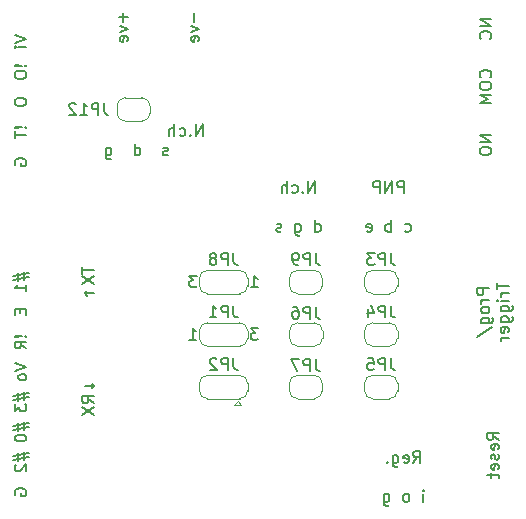
<source format=gbo>
G04 #@! TF.GenerationSoftware,KiCad,Pcbnew,(5.1.6-0-10_14)*
G04 #@! TF.CreationDate,2021-05-08T14:10:43+01:00*
G04 #@! TF.ProjectId,WiFive55,57694669-7665-4353-952e-6b696361645f,0.14*
G04 #@! TF.SameCoordinates,Original*
G04 #@! TF.FileFunction,Legend,Bot*
G04 #@! TF.FilePolarity,Positive*
%FSLAX46Y46*%
G04 Gerber Fmt 4.6, Leading zero omitted, Abs format (unit mm)*
G04 Created by KiCad (PCBNEW (5.1.6-0-10_14)) date 2021-05-08 14:10:43*
%MOMM*%
%LPD*%
G01*
G04 APERTURE LIST*
%ADD10C,0.150000*%
%ADD11C,0.120000*%
G04 APERTURE END LIST*
D10*
X116974761Y-63835380D02*
X116974761Y-62835380D01*
X116403333Y-63835380D01*
X116403333Y-62835380D01*
X115927142Y-63740142D02*
X115879523Y-63787761D01*
X115927142Y-63835380D01*
X115974761Y-63787761D01*
X115927142Y-63740142D01*
X115927142Y-63835380D01*
X115022380Y-63787761D02*
X115117619Y-63835380D01*
X115308095Y-63835380D01*
X115403333Y-63787761D01*
X115450952Y-63740142D01*
X115498571Y-63644904D01*
X115498571Y-63359190D01*
X115450952Y-63263952D01*
X115403333Y-63216333D01*
X115308095Y-63168714D01*
X115117619Y-63168714D01*
X115022380Y-63216333D01*
X114593809Y-63835380D02*
X114593809Y-62835380D01*
X114165238Y-63835380D02*
X114165238Y-63311571D01*
X114212857Y-63216333D01*
X114308095Y-63168714D01*
X114450952Y-63168714D01*
X114546190Y-63216333D01*
X114593809Y-63263952D01*
X114022380Y-65437761D02*
X113927142Y-65485380D01*
X113736666Y-65485380D01*
X113641428Y-65437761D01*
X113593809Y-65342523D01*
X113593809Y-65294904D01*
X113641428Y-65199666D01*
X113736666Y-65152047D01*
X113879523Y-65152047D01*
X113974761Y-65104428D01*
X114022380Y-65009190D01*
X114022380Y-64961571D01*
X113974761Y-64866333D01*
X113879523Y-64818714D01*
X113736666Y-64818714D01*
X113641428Y-64866333D01*
X111212857Y-65485380D02*
X111212857Y-64485380D01*
X111212857Y-65437761D02*
X111308095Y-65485380D01*
X111498571Y-65485380D01*
X111593809Y-65437761D01*
X111641428Y-65390142D01*
X111689047Y-65294904D01*
X111689047Y-65009190D01*
X111641428Y-64913952D01*
X111593809Y-64866333D01*
X111498571Y-64818714D01*
X111308095Y-64818714D01*
X111212857Y-64866333D01*
X108784285Y-64818714D02*
X108784285Y-65628238D01*
X108831904Y-65723476D01*
X108879523Y-65771095D01*
X108974761Y-65818714D01*
X109117619Y-65818714D01*
X109212857Y-65771095D01*
X108784285Y-65437761D02*
X108879523Y-65485380D01*
X109070000Y-65485380D01*
X109165238Y-65437761D01*
X109212857Y-65390142D01*
X109260476Y-65294904D01*
X109260476Y-65009190D01*
X109212857Y-64913952D01*
X109165238Y-64866333D01*
X109070000Y-64818714D01*
X108879523Y-64818714D01*
X108784285Y-64866333D01*
X134794523Y-91512380D02*
X135127857Y-91036190D01*
X135365952Y-91512380D02*
X135365952Y-90512380D01*
X134985000Y-90512380D01*
X134889761Y-90560000D01*
X134842142Y-90607619D01*
X134794523Y-90702857D01*
X134794523Y-90845714D01*
X134842142Y-90940952D01*
X134889761Y-90988571D01*
X134985000Y-91036190D01*
X135365952Y-91036190D01*
X133985000Y-91464761D02*
X134080238Y-91512380D01*
X134270714Y-91512380D01*
X134365952Y-91464761D01*
X134413571Y-91369523D01*
X134413571Y-90988571D01*
X134365952Y-90893333D01*
X134270714Y-90845714D01*
X134080238Y-90845714D01*
X133985000Y-90893333D01*
X133937380Y-90988571D01*
X133937380Y-91083809D01*
X134413571Y-91179047D01*
X133080238Y-90845714D02*
X133080238Y-91655238D01*
X133127857Y-91750476D01*
X133175476Y-91798095D01*
X133270714Y-91845714D01*
X133413571Y-91845714D01*
X133508809Y-91798095D01*
X133080238Y-91464761D02*
X133175476Y-91512380D01*
X133365952Y-91512380D01*
X133461190Y-91464761D01*
X133508809Y-91417142D01*
X133556428Y-91321904D01*
X133556428Y-91036190D01*
X133508809Y-90940952D01*
X133461190Y-90893333D01*
X133365952Y-90845714D01*
X133175476Y-90845714D01*
X133080238Y-90893333D01*
X132604047Y-91417142D02*
X132556428Y-91464761D01*
X132604047Y-91512380D01*
X132651666Y-91464761D01*
X132604047Y-91417142D01*
X132604047Y-91512380D01*
X135651666Y-94812380D02*
X135651666Y-94145714D01*
X135651666Y-93812380D02*
X135699285Y-93860000D01*
X135651666Y-93907619D01*
X135604047Y-93860000D01*
X135651666Y-93812380D01*
X135651666Y-93907619D01*
X134270714Y-94812380D02*
X134365952Y-94764761D01*
X134413571Y-94717142D01*
X134461190Y-94621904D01*
X134461190Y-94336190D01*
X134413571Y-94240952D01*
X134365952Y-94193333D01*
X134270714Y-94145714D01*
X134127857Y-94145714D01*
X134032619Y-94193333D01*
X133985000Y-94240952D01*
X133937380Y-94336190D01*
X133937380Y-94621904D01*
X133985000Y-94717142D01*
X134032619Y-94764761D01*
X134127857Y-94812380D01*
X134270714Y-94812380D01*
X132318333Y-94145714D02*
X132318333Y-94955238D01*
X132365952Y-95050476D01*
X132413571Y-95098095D01*
X132508809Y-95145714D01*
X132651666Y-95145714D01*
X132746904Y-95098095D01*
X132318333Y-94764761D02*
X132413571Y-94812380D01*
X132604047Y-94812380D01*
X132699285Y-94764761D01*
X132746904Y-94717142D01*
X132794523Y-94621904D01*
X132794523Y-94336190D01*
X132746904Y-94240952D01*
X132699285Y-94193333D01*
X132604047Y-94145714D01*
X132413571Y-94145714D01*
X132318333Y-94193333D01*
X116276428Y-53419523D02*
X116276428Y-54181428D01*
X115990714Y-54562380D02*
X116657380Y-54800476D01*
X115990714Y-55038571D01*
X116609761Y-55800476D02*
X116657380Y-55705238D01*
X116657380Y-55514761D01*
X116609761Y-55419523D01*
X116514523Y-55371904D01*
X116133571Y-55371904D01*
X116038333Y-55419523D01*
X115990714Y-55514761D01*
X115990714Y-55705238D01*
X116038333Y-55800476D01*
X116133571Y-55848095D01*
X116228809Y-55848095D01*
X116324047Y-55371904D01*
X110261428Y-53419523D02*
X110261428Y-54181428D01*
X110642380Y-53800476D02*
X109880476Y-53800476D01*
X109975714Y-54562380D02*
X110642380Y-54800476D01*
X109975714Y-55038571D01*
X110594761Y-55800476D02*
X110642380Y-55705238D01*
X110642380Y-55514761D01*
X110594761Y-55419523D01*
X110499523Y-55371904D01*
X110118571Y-55371904D01*
X110023333Y-55419523D01*
X109975714Y-55514761D01*
X109975714Y-55705238D01*
X110023333Y-55800476D01*
X110118571Y-55848095D01*
X110213809Y-55848095D01*
X110309047Y-55371904D01*
X126499761Y-68652380D02*
X126499761Y-67652380D01*
X125928333Y-68652380D01*
X125928333Y-67652380D01*
X125452142Y-68557142D02*
X125404523Y-68604761D01*
X125452142Y-68652380D01*
X125499761Y-68604761D01*
X125452142Y-68557142D01*
X125452142Y-68652380D01*
X124547380Y-68604761D02*
X124642619Y-68652380D01*
X124833095Y-68652380D01*
X124928333Y-68604761D01*
X124975952Y-68557142D01*
X125023571Y-68461904D01*
X125023571Y-68176190D01*
X124975952Y-68080952D01*
X124928333Y-68033333D01*
X124833095Y-67985714D01*
X124642619Y-67985714D01*
X124547380Y-68033333D01*
X124118809Y-68652380D02*
X124118809Y-67652380D01*
X123690238Y-68652380D02*
X123690238Y-68128571D01*
X123737857Y-68033333D01*
X123833095Y-67985714D01*
X123975952Y-67985714D01*
X124071190Y-68033333D01*
X124118809Y-68080952D01*
X126499761Y-71952380D02*
X126499761Y-70952380D01*
X126499761Y-71904761D02*
X126595000Y-71952380D01*
X126785476Y-71952380D01*
X126880714Y-71904761D01*
X126928333Y-71857142D01*
X126975952Y-71761904D01*
X126975952Y-71476190D01*
X126928333Y-71380952D01*
X126880714Y-71333333D01*
X126785476Y-71285714D01*
X126595000Y-71285714D01*
X126499761Y-71333333D01*
X124833095Y-71285714D02*
X124833095Y-72095238D01*
X124880714Y-72190476D01*
X124928333Y-72238095D01*
X125023571Y-72285714D01*
X125166428Y-72285714D01*
X125261666Y-72238095D01*
X124833095Y-71904761D02*
X124928333Y-71952380D01*
X125118809Y-71952380D01*
X125214047Y-71904761D01*
X125261666Y-71857142D01*
X125309285Y-71761904D01*
X125309285Y-71476190D01*
X125261666Y-71380952D01*
X125214047Y-71333333D01*
X125118809Y-71285714D01*
X124928333Y-71285714D01*
X124833095Y-71333333D01*
X123642619Y-71904761D02*
X123547380Y-71952380D01*
X123356904Y-71952380D01*
X123261666Y-71904761D01*
X123214047Y-71809523D01*
X123214047Y-71761904D01*
X123261666Y-71666666D01*
X123356904Y-71619047D01*
X123499761Y-71619047D01*
X123595000Y-71571428D01*
X123642619Y-71476190D01*
X123642619Y-71428571D01*
X123595000Y-71333333D01*
X123499761Y-71285714D01*
X123356904Y-71285714D01*
X123261666Y-71333333D01*
X134000714Y-68652380D02*
X134000714Y-67652380D01*
X133619761Y-67652380D01*
X133524523Y-67700000D01*
X133476904Y-67747619D01*
X133429285Y-67842857D01*
X133429285Y-67985714D01*
X133476904Y-68080952D01*
X133524523Y-68128571D01*
X133619761Y-68176190D01*
X134000714Y-68176190D01*
X133000714Y-68652380D02*
X133000714Y-67652380D01*
X132429285Y-68652380D01*
X132429285Y-67652380D01*
X131953095Y-68652380D02*
X131953095Y-67652380D01*
X131572142Y-67652380D01*
X131476904Y-67700000D01*
X131429285Y-67747619D01*
X131381666Y-67842857D01*
X131381666Y-67985714D01*
X131429285Y-68080952D01*
X131476904Y-68128571D01*
X131572142Y-68176190D01*
X131953095Y-68176190D01*
X134119761Y-71904761D02*
X134215000Y-71952380D01*
X134405476Y-71952380D01*
X134500714Y-71904761D01*
X134548333Y-71857142D01*
X134595952Y-71761904D01*
X134595952Y-71476190D01*
X134548333Y-71380952D01*
X134500714Y-71333333D01*
X134405476Y-71285714D01*
X134215000Y-71285714D01*
X134119761Y-71333333D01*
X132929285Y-71952380D02*
X132929285Y-70952380D01*
X132929285Y-71333333D02*
X132834047Y-71285714D01*
X132643571Y-71285714D01*
X132548333Y-71333333D01*
X132500714Y-71380952D01*
X132453095Y-71476190D01*
X132453095Y-71761904D01*
X132500714Y-71857142D01*
X132548333Y-71904761D01*
X132643571Y-71952380D01*
X132834047Y-71952380D01*
X132929285Y-71904761D01*
X130881666Y-71904761D02*
X130976904Y-71952380D01*
X131167380Y-71952380D01*
X131262619Y-71904761D01*
X131310238Y-71809523D01*
X131310238Y-71428571D01*
X131262619Y-71333333D01*
X131167380Y-71285714D01*
X130976904Y-71285714D01*
X130881666Y-71333333D01*
X130834047Y-71428571D01*
X130834047Y-71523809D01*
X131310238Y-71619047D01*
X106767380Y-74919047D02*
X106767380Y-75490476D01*
X107767380Y-75204761D02*
X106767380Y-75204761D01*
X106767380Y-75728571D02*
X107767380Y-76395238D01*
X106767380Y-76395238D02*
X107767380Y-75728571D01*
X107767380Y-77157142D02*
X107005476Y-77157142D01*
X107195952Y-76966666D02*
X107005476Y-77157142D01*
X107195952Y-77347619D01*
X107005476Y-85023809D02*
X107767380Y-85023809D01*
X107576904Y-85214285D02*
X107767380Y-85023809D01*
X107576904Y-84833333D01*
X107767380Y-86452380D02*
X107291190Y-86119047D01*
X107767380Y-85880952D02*
X106767380Y-85880952D01*
X106767380Y-86261904D01*
X106815000Y-86357142D01*
X106862619Y-86404761D01*
X106957857Y-86452380D01*
X107100714Y-86452380D01*
X107195952Y-86404761D01*
X107243571Y-86357142D01*
X107291190Y-86261904D01*
X107291190Y-85880952D01*
X106767380Y-86785714D02*
X107767380Y-87452380D01*
X106767380Y-87452380D02*
X107767380Y-86785714D01*
X101052380Y-55308571D02*
X102052380Y-55641904D01*
X101052380Y-55975238D01*
X102052380Y-56308571D02*
X101385714Y-56308571D01*
X101052380Y-56308571D02*
X101100000Y-56260952D01*
X101147619Y-56308571D01*
X101100000Y-56356190D01*
X101052380Y-56308571D01*
X101147619Y-56308571D01*
X101957142Y-57896190D02*
X102004761Y-57943809D01*
X102052380Y-57896190D01*
X102004761Y-57848571D01*
X101957142Y-57896190D01*
X102052380Y-57896190D01*
X101671428Y-57896190D02*
X101100000Y-57848571D01*
X101052380Y-57896190D01*
X101100000Y-57943809D01*
X101671428Y-57896190D01*
X101052380Y-57896190D01*
X101052380Y-58562857D02*
X101052380Y-58753333D01*
X101100000Y-58848571D01*
X101195238Y-58943809D01*
X101385714Y-58991428D01*
X101719047Y-58991428D01*
X101909523Y-58943809D01*
X102004761Y-58848571D01*
X102052380Y-58753333D01*
X102052380Y-58562857D01*
X102004761Y-58467619D01*
X101909523Y-58372380D01*
X101719047Y-58324761D01*
X101385714Y-58324761D01*
X101195238Y-58372380D01*
X101100000Y-58467619D01*
X101052380Y-58562857D01*
X101052380Y-60864761D02*
X101052380Y-61055238D01*
X101100000Y-61150476D01*
X101195238Y-61245714D01*
X101385714Y-61293333D01*
X101719047Y-61293333D01*
X101909523Y-61245714D01*
X102004761Y-61150476D01*
X102052380Y-61055238D01*
X102052380Y-60864761D01*
X102004761Y-60769523D01*
X101909523Y-60674285D01*
X101719047Y-60626666D01*
X101385714Y-60626666D01*
X101195238Y-60674285D01*
X101100000Y-60769523D01*
X101052380Y-60864761D01*
X101957142Y-63119047D02*
X102004761Y-63166666D01*
X102052380Y-63119047D01*
X102004761Y-63071428D01*
X101957142Y-63119047D01*
X102052380Y-63119047D01*
X101671428Y-63119047D02*
X101100000Y-63071428D01*
X101052380Y-63119047D01*
X101100000Y-63166666D01*
X101671428Y-63119047D01*
X101052380Y-63119047D01*
X101052380Y-63452380D02*
X101052380Y-64023809D01*
X102052380Y-63738095D02*
X101052380Y-63738095D01*
X101100000Y-66301904D02*
X101052380Y-66206666D01*
X101052380Y-66063809D01*
X101100000Y-65920952D01*
X101195238Y-65825714D01*
X101290476Y-65778095D01*
X101480952Y-65730476D01*
X101623809Y-65730476D01*
X101814285Y-65778095D01*
X101909523Y-65825714D01*
X102004761Y-65920952D01*
X102052380Y-66063809D01*
X102052380Y-66159047D01*
X102004761Y-66301904D01*
X101957142Y-66349523D01*
X101623809Y-66349523D01*
X101623809Y-66159047D01*
X101385714Y-75414285D02*
X101385714Y-76128571D01*
X100957142Y-75700000D02*
X102242857Y-75414285D01*
X101814285Y-76033333D02*
X101814285Y-75319047D01*
X102242857Y-75747619D02*
X100957142Y-76033333D01*
X102052380Y-76985714D02*
X102052380Y-76414285D01*
X102052380Y-76700000D02*
X101052380Y-76700000D01*
X101195238Y-76604761D01*
X101290476Y-76509523D01*
X101338095Y-76414285D01*
X101528571Y-78525714D02*
X101528571Y-78859047D01*
X102052380Y-79001904D02*
X102052380Y-78525714D01*
X101052380Y-78525714D01*
X101052380Y-79001904D01*
X101957142Y-80780000D02*
X102004761Y-80827619D01*
X102052380Y-80780000D01*
X102004761Y-80732380D01*
X101957142Y-80780000D01*
X102052380Y-80780000D01*
X101671428Y-80780000D02*
X101100000Y-80732380D01*
X101052380Y-80780000D01*
X101100000Y-80827619D01*
X101671428Y-80780000D01*
X101052380Y-80780000D01*
X102052380Y-81827619D02*
X101576190Y-81494285D01*
X102052380Y-81256190D02*
X101052380Y-81256190D01*
X101052380Y-81637142D01*
X101100000Y-81732380D01*
X101147619Y-81780000D01*
X101242857Y-81827619D01*
X101385714Y-81827619D01*
X101480952Y-81780000D01*
X101528571Y-81732380D01*
X101576190Y-81637142D01*
X101576190Y-81256190D01*
X101052380Y-83034285D02*
X102052380Y-83367619D01*
X101052380Y-83700952D01*
X102052380Y-84177142D02*
X102004761Y-84081904D01*
X101957142Y-84034285D01*
X101861904Y-83986666D01*
X101576190Y-83986666D01*
X101480952Y-84034285D01*
X101433333Y-84081904D01*
X101385714Y-84177142D01*
X101385714Y-84320000D01*
X101433333Y-84415238D01*
X101480952Y-84462857D01*
X101576190Y-84510476D01*
X101861904Y-84510476D01*
X101957142Y-84462857D01*
X102004761Y-84415238D01*
X102052380Y-84320000D01*
X102052380Y-84177142D01*
X101385714Y-85574285D02*
X101385714Y-86288571D01*
X100957142Y-85860000D02*
X102242857Y-85574285D01*
X101814285Y-86193333D02*
X101814285Y-85479047D01*
X102242857Y-85907619D02*
X100957142Y-86193333D01*
X101052380Y-86526666D02*
X101052380Y-87145714D01*
X101433333Y-86812380D01*
X101433333Y-86955238D01*
X101480952Y-87050476D01*
X101528571Y-87098095D01*
X101623809Y-87145714D01*
X101861904Y-87145714D01*
X101957142Y-87098095D01*
X102004761Y-87050476D01*
X102052380Y-86955238D01*
X102052380Y-86669523D01*
X102004761Y-86574285D01*
X101957142Y-86526666D01*
X101385714Y-88114285D02*
X101385714Y-88828571D01*
X100957142Y-88400000D02*
X102242857Y-88114285D01*
X101814285Y-88733333D02*
X101814285Y-88019047D01*
X102242857Y-88447619D02*
X100957142Y-88733333D01*
X101052380Y-89352380D02*
X101052380Y-89447619D01*
X101100000Y-89542857D01*
X101147619Y-89590476D01*
X101242857Y-89638095D01*
X101433333Y-89685714D01*
X101671428Y-89685714D01*
X101861904Y-89638095D01*
X101957142Y-89590476D01*
X102004761Y-89542857D01*
X102052380Y-89447619D01*
X102052380Y-89352380D01*
X102004761Y-89257142D01*
X101957142Y-89209523D01*
X101861904Y-89161904D01*
X101671428Y-89114285D01*
X101433333Y-89114285D01*
X101242857Y-89161904D01*
X101147619Y-89209523D01*
X101100000Y-89257142D01*
X101052380Y-89352380D01*
X101385714Y-90654285D02*
X101385714Y-91368571D01*
X100957142Y-90940000D02*
X102242857Y-90654285D01*
X101814285Y-91273333D02*
X101814285Y-90559047D01*
X102242857Y-90987619D02*
X100957142Y-91273333D01*
X101147619Y-91654285D02*
X101100000Y-91701904D01*
X101052380Y-91797142D01*
X101052380Y-92035238D01*
X101100000Y-92130476D01*
X101147619Y-92178095D01*
X101242857Y-92225714D01*
X101338095Y-92225714D01*
X101480952Y-92178095D01*
X102052380Y-91606666D01*
X102052380Y-92225714D01*
X101100000Y-94241904D02*
X101052380Y-94146666D01*
X101052380Y-94003809D01*
X101100000Y-93860952D01*
X101195238Y-93765714D01*
X101290476Y-93718095D01*
X101480952Y-93670476D01*
X101623809Y-93670476D01*
X101814285Y-93718095D01*
X101909523Y-93765714D01*
X102004761Y-93860952D01*
X102052380Y-94003809D01*
X102052380Y-94099047D01*
X102004761Y-94241904D01*
X101957142Y-94289523D01*
X101623809Y-94289523D01*
X101623809Y-94099047D01*
X141232380Y-76740000D02*
X140232380Y-76740000D01*
X140232380Y-77120952D01*
X140280000Y-77216190D01*
X140327619Y-77263809D01*
X140422857Y-77311428D01*
X140565714Y-77311428D01*
X140660952Y-77263809D01*
X140708571Y-77216190D01*
X140756190Y-77120952D01*
X140756190Y-76740000D01*
X141232380Y-77740000D02*
X140565714Y-77740000D01*
X140756190Y-77740000D02*
X140660952Y-77787619D01*
X140613333Y-77835238D01*
X140565714Y-77930476D01*
X140565714Y-78025714D01*
X141232380Y-78501904D02*
X141184761Y-78406666D01*
X141137142Y-78359047D01*
X141041904Y-78311428D01*
X140756190Y-78311428D01*
X140660952Y-78359047D01*
X140613333Y-78406666D01*
X140565714Y-78501904D01*
X140565714Y-78644761D01*
X140613333Y-78740000D01*
X140660952Y-78787619D01*
X140756190Y-78835238D01*
X141041904Y-78835238D01*
X141137142Y-78787619D01*
X141184761Y-78740000D01*
X141232380Y-78644761D01*
X141232380Y-78501904D01*
X140565714Y-79692380D02*
X141375238Y-79692380D01*
X141470476Y-79644761D01*
X141518095Y-79597142D01*
X141565714Y-79501904D01*
X141565714Y-79359047D01*
X141518095Y-79263809D01*
X141184761Y-79692380D02*
X141232380Y-79597142D01*
X141232380Y-79406666D01*
X141184761Y-79311428D01*
X141137142Y-79263809D01*
X141041904Y-79216190D01*
X140756190Y-79216190D01*
X140660952Y-79263809D01*
X140613333Y-79311428D01*
X140565714Y-79406666D01*
X140565714Y-79597142D01*
X140613333Y-79692380D01*
X140184761Y-80882857D02*
X141470476Y-80025714D01*
X141882380Y-76263809D02*
X141882380Y-76835238D01*
X142882380Y-76549523D02*
X141882380Y-76549523D01*
X142882380Y-77168571D02*
X142215714Y-77168571D01*
X142406190Y-77168571D02*
X142310952Y-77216190D01*
X142263333Y-77263809D01*
X142215714Y-77359047D01*
X142215714Y-77454285D01*
X142882380Y-77787619D02*
X142215714Y-77787619D01*
X141882380Y-77787619D02*
X141930000Y-77740000D01*
X141977619Y-77787619D01*
X141930000Y-77835238D01*
X141882380Y-77787619D01*
X141977619Y-77787619D01*
X142215714Y-78692380D02*
X143025238Y-78692380D01*
X143120476Y-78644761D01*
X143168095Y-78597142D01*
X143215714Y-78501904D01*
X143215714Y-78359047D01*
X143168095Y-78263809D01*
X142834761Y-78692380D02*
X142882380Y-78597142D01*
X142882380Y-78406666D01*
X142834761Y-78311428D01*
X142787142Y-78263809D01*
X142691904Y-78216190D01*
X142406190Y-78216190D01*
X142310952Y-78263809D01*
X142263333Y-78311428D01*
X142215714Y-78406666D01*
X142215714Y-78597142D01*
X142263333Y-78692380D01*
X142215714Y-79597142D02*
X143025238Y-79597142D01*
X143120476Y-79549523D01*
X143168095Y-79501904D01*
X143215714Y-79406666D01*
X143215714Y-79263809D01*
X143168095Y-79168571D01*
X142834761Y-79597142D02*
X142882380Y-79501904D01*
X142882380Y-79311428D01*
X142834761Y-79216190D01*
X142787142Y-79168571D01*
X142691904Y-79120952D01*
X142406190Y-79120952D01*
X142310952Y-79168571D01*
X142263333Y-79216190D01*
X142215714Y-79311428D01*
X142215714Y-79501904D01*
X142263333Y-79597142D01*
X142834761Y-80454285D02*
X142882380Y-80359047D01*
X142882380Y-80168571D01*
X142834761Y-80073333D01*
X142739523Y-80025714D01*
X142358571Y-80025714D01*
X142263333Y-80073333D01*
X142215714Y-80168571D01*
X142215714Y-80359047D01*
X142263333Y-80454285D01*
X142358571Y-80501904D01*
X142453809Y-80501904D01*
X142549047Y-80025714D01*
X142882380Y-80930476D02*
X142215714Y-80930476D01*
X142406190Y-80930476D02*
X142310952Y-80978095D01*
X142263333Y-81025714D01*
X142215714Y-81120952D01*
X142215714Y-81216190D01*
X142057380Y-89566904D02*
X141581190Y-89233571D01*
X142057380Y-88995476D02*
X141057380Y-88995476D01*
X141057380Y-89376428D01*
X141105000Y-89471666D01*
X141152619Y-89519285D01*
X141247857Y-89566904D01*
X141390714Y-89566904D01*
X141485952Y-89519285D01*
X141533571Y-89471666D01*
X141581190Y-89376428D01*
X141581190Y-88995476D01*
X142009761Y-90376428D02*
X142057380Y-90281190D01*
X142057380Y-90090714D01*
X142009761Y-89995476D01*
X141914523Y-89947857D01*
X141533571Y-89947857D01*
X141438333Y-89995476D01*
X141390714Y-90090714D01*
X141390714Y-90281190D01*
X141438333Y-90376428D01*
X141533571Y-90424047D01*
X141628809Y-90424047D01*
X141724047Y-89947857D01*
X142009761Y-90805000D02*
X142057380Y-90900238D01*
X142057380Y-91090714D01*
X142009761Y-91185952D01*
X141914523Y-91233571D01*
X141866904Y-91233571D01*
X141771666Y-91185952D01*
X141724047Y-91090714D01*
X141724047Y-90947857D01*
X141676428Y-90852619D01*
X141581190Y-90805000D01*
X141533571Y-90805000D01*
X141438333Y-90852619D01*
X141390714Y-90947857D01*
X141390714Y-91090714D01*
X141438333Y-91185952D01*
X142009761Y-92043095D02*
X142057380Y-91947857D01*
X142057380Y-91757380D01*
X142009761Y-91662142D01*
X141914523Y-91614523D01*
X141533571Y-91614523D01*
X141438333Y-91662142D01*
X141390714Y-91757380D01*
X141390714Y-91947857D01*
X141438333Y-92043095D01*
X141533571Y-92090714D01*
X141628809Y-92090714D01*
X141724047Y-91614523D01*
X141390714Y-92376428D02*
X141390714Y-92757380D01*
X141057380Y-92519285D02*
X141914523Y-92519285D01*
X142009761Y-92566904D01*
X142057380Y-92662142D01*
X142057380Y-92757380D01*
X141422380Y-53975714D02*
X140422380Y-53975714D01*
X141422380Y-54547142D01*
X140422380Y-54547142D01*
X141327142Y-55594761D02*
X141374761Y-55547142D01*
X141422380Y-55404285D01*
X141422380Y-55309047D01*
X141374761Y-55166190D01*
X141279523Y-55070952D01*
X141184285Y-55023333D01*
X140993809Y-54975714D01*
X140850952Y-54975714D01*
X140660476Y-55023333D01*
X140565238Y-55070952D01*
X140470000Y-55166190D01*
X140422380Y-55309047D01*
X140422380Y-55404285D01*
X140470000Y-55547142D01*
X140517619Y-55594761D01*
X141327142Y-58880476D02*
X141374761Y-58832857D01*
X141422380Y-58690000D01*
X141422380Y-58594761D01*
X141374761Y-58451904D01*
X141279523Y-58356666D01*
X141184285Y-58309047D01*
X140993809Y-58261428D01*
X140850952Y-58261428D01*
X140660476Y-58309047D01*
X140565238Y-58356666D01*
X140470000Y-58451904D01*
X140422380Y-58594761D01*
X140422380Y-58690000D01*
X140470000Y-58832857D01*
X140517619Y-58880476D01*
X140422380Y-59499523D02*
X140422380Y-59690000D01*
X140470000Y-59785238D01*
X140565238Y-59880476D01*
X140755714Y-59928095D01*
X141089047Y-59928095D01*
X141279523Y-59880476D01*
X141374761Y-59785238D01*
X141422380Y-59690000D01*
X141422380Y-59499523D01*
X141374761Y-59404285D01*
X141279523Y-59309047D01*
X141089047Y-59261428D01*
X140755714Y-59261428D01*
X140565238Y-59309047D01*
X140470000Y-59404285D01*
X140422380Y-59499523D01*
X141422380Y-60356666D02*
X140422380Y-60356666D01*
X141136666Y-60690000D01*
X140422380Y-61023333D01*
X141422380Y-61023333D01*
X141422380Y-63785238D02*
X140422380Y-63785238D01*
X141422380Y-64356666D01*
X140422380Y-64356666D01*
X140422380Y-65023333D02*
X140422380Y-65213809D01*
X140470000Y-65309047D01*
X140565238Y-65404285D01*
X140755714Y-65451904D01*
X141089047Y-65451904D01*
X141279523Y-65404285D01*
X141374761Y-65309047D01*
X141422380Y-65213809D01*
X141422380Y-65023333D01*
X141374761Y-64928095D01*
X141279523Y-64832857D01*
X141089047Y-64785238D01*
X140755714Y-64785238D01*
X140565238Y-64832857D01*
X140470000Y-64928095D01*
X140422380Y-65023333D01*
D11*
X111825000Y-60595000D02*
X110425000Y-60595000D01*
X109725000Y-61295000D02*
X109725000Y-61895000D01*
X110425000Y-62595000D02*
X111825000Y-62595000D01*
X112525000Y-61895000D02*
X112525000Y-61295000D01*
X112525000Y-61295000D02*
G75*
G03*
X111825000Y-60595000I-700000J0D01*
G01*
X111825000Y-62595000D02*
G75*
G03*
X112525000Y-61895000I0J700000D01*
G01*
X109725000Y-61895000D02*
G75*
G03*
X110425000Y-62595000I700000J0D01*
G01*
X110425000Y-60595000D02*
G75*
G03*
X109725000Y-61295000I0J-700000D01*
G01*
X124315000Y-75900000D02*
X124315000Y-76500000D01*
X126415000Y-75200000D02*
X125015000Y-75200000D01*
X127115000Y-76500000D02*
X127115000Y-75900000D01*
X125015000Y-77200000D02*
X126415000Y-77200000D01*
X124315000Y-76500000D02*
G75*
G03*
X125015000Y-77200000I700000J0D01*
G01*
X125015000Y-75200000D02*
G75*
G03*
X124315000Y-75900000I0J-700000D01*
G01*
X127115000Y-75900000D02*
G75*
G03*
X126415000Y-75200000I-700000J0D01*
G01*
X126415000Y-77200000D02*
G75*
G03*
X127115000Y-76500000I0J700000D01*
G01*
X127115000Y-85390000D02*
X127115000Y-84790000D01*
X125015000Y-86090000D02*
X126415000Y-86090000D01*
X124315000Y-84790000D02*
X124315000Y-85390000D01*
X126415000Y-84090000D02*
X125015000Y-84090000D01*
X127115000Y-84790000D02*
G75*
G03*
X126415000Y-84090000I-700000J0D01*
G01*
X126415000Y-86090000D02*
G75*
G03*
X127115000Y-85390000I0J700000D01*
G01*
X124315000Y-85390000D02*
G75*
G03*
X125015000Y-86090000I700000J0D01*
G01*
X125015000Y-84090000D02*
G75*
G03*
X124315000Y-84790000I0J-700000D01*
G01*
X127130000Y-80945000D02*
X127130000Y-80345000D01*
X125030000Y-81645000D02*
X126430000Y-81645000D01*
X124330000Y-80345000D02*
X124330000Y-80945000D01*
X126430000Y-79645000D02*
X125030000Y-79645000D01*
X127130000Y-80345000D02*
G75*
G03*
X126430000Y-79645000I-700000J0D01*
G01*
X126430000Y-81645000D02*
G75*
G03*
X127130000Y-80945000I0J700000D01*
G01*
X124330000Y-80945000D02*
G75*
G03*
X125030000Y-81645000I700000J0D01*
G01*
X125030000Y-79645000D02*
G75*
G03*
X124330000Y-80345000I0J-700000D01*
G01*
X130680000Y-80345000D02*
X130680000Y-80945000D01*
X132780000Y-79645000D02*
X131380000Y-79645000D01*
X133480000Y-80945000D02*
X133480000Y-80345000D01*
X131380000Y-81645000D02*
X132780000Y-81645000D01*
X130680000Y-80945000D02*
G75*
G03*
X131380000Y-81645000I700000J0D01*
G01*
X131380000Y-79645000D02*
G75*
G03*
X130680000Y-80345000I0J-700000D01*
G01*
X133480000Y-80345000D02*
G75*
G03*
X132780000Y-79645000I-700000J0D01*
G01*
X132780000Y-81645000D02*
G75*
G03*
X133480000Y-80945000I0J700000D01*
G01*
X130680000Y-75900000D02*
X130680000Y-76500000D01*
X132780000Y-75200000D02*
X131380000Y-75200000D01*
X133480000Y-76500000D02*
X133480000Y-75900000D01*
X131380000Y-77200000D02*
X132780000Y-77200000D01*
X130680000Y-76500000D02*
G75*
G03*
X131380000Y-77200000I700000J0D01*
G01*
X131380000Y-75200000D02*
G75*
G03*
X130680000Y-75900000I0J-700000D01*
G01*
X133480000Y-75900000D02*
G75*
G03*
X132780000Y-75200000I-700000J0D01*
G01*
X132780000Y-77200000D02*
G75*
G03*
X133480000Y-76500000I0J700000D01*
G01*
X119945000Y-86290000D02*
X119645000Y-86590000D01*
X120245000Y-86590000D02*
X119645000Y-86590000D01*
X119945000Y-86290000D02*
X120245000Y-86590000D01*
X120795000Y-85390000D02*
X120795000Y-84790000D01*
X117345000Y-86090000D02*
X120145000Y-86090000D01*
X116695000Y-84790000D02*
X116695000Y-85390000D01*
X120145000Y-84090000D02*
X117345000Y-84090000D01*
X120795000Y-84790000D02*
G75*
G03*
X120095000Y-84090000I-700000J0D01*
G01*
X120095000Y-86090000D02*
G75*
G03*
X120795000Y-85390000I0J700000D01*
G01*
X116695000Y-85390000D02*
G75*
G03*
X117395000Y-86090000I700000J0D01*
G01*
X117395000Y-84090000D02*
G75*
G03*
X116695000Y-84790000I0J-700000D01*
G01*
X117345000Y-81645000D02*
X120145000Y-81645000D01*
X120795000Y-80945000D02*
X120795000Y-80345000D01*
X120145000Y-79645000D02*
X117345000Y-79645000D01*
X116695000Y-80345000D02*
X116695000Y-80945000D01*
X116695000Y-80945000D02*
G75*
G03*
X117395000Y-81645000I700000J0D01*
G01*
X117395000Y-79645000D02*
G75*
G03*
X116695000Y-80345000I0J-700000D01*
G01*
X120795000Y-80345000D02*
G75*
G03*
X120095000Y-79645000I-700000J0D01*
G01*
X120095000Y-81645000D02*
G75*
G03*
X120795000Y-80945000I0J700000D01*
G01*
X120145000Y-75200000D02*
X117345000Y-75200000D01*
X116695000Y-75900000D02*
X116695000Y-76500000D01*
X117345000Y-77200000D02*
X120145000Y-77200000D01*
X120795000Y-76500000D02*
X120795000Y-75900000D01*
X120795000Y-75900000D02*
G75*
G03*
X120095000Y-75200000I-700000J0D01*
G01*
X120095000Y-77200000D02*
G75*
G03*
X120795000Y-76500000I0J700000D01*
G01*
X116695000Y-76500000D02*
G75*
G03*
X117395000Y-77200000I700000J0D01*
G01*
X117395000Y-75200000D02*
G75*
G03*
X116695000Y-75900000I0J-700000D01*
G01*
X132780000Y-84090000D02*
X131380000Y-84090000D01*
X130680000Y-84790000D02*
X130680000Y-85390000D01*
X131380000Y-86090000D02*
X132780000Y-86090000D01*
X133480000Y-85390000D02*
X133480000Y-84790000D01*
X133480000Y-84790000D02*
G75*
G03*
X132780000Y-84090000I-700000J0D01*
G01*
X132780000Y-86090000D02*
G75*
G03*
X133480000Y-85390000I0J700000D01*
G01*
X130680000Y-85390000D02*
G75*
G03*
X131380000Y-86090000I700000J0D01*
G01*
X131380000Y-84090000D02*
G75*
G03*
X130680000Y-84790000I0J-700000D01*
G01*
D10*
X108624523Y-61047380D02*
X108624523Y-61761666D01*
X108672142Y-61904523D01*
X108767380Y-61999761D01*
X108910238Y-62047380D01*
X109005476Y-62047380D01*
X108148333Y-62047380D02*
X108148333Y-61047380D01*
X107767380Y-61047380D01*
X107672142Y-61095000D01*
X107624523Y-61142619D01*
X107576904Y-61237857D01*
X107576904Y-61380714D01*
X107624523Y-61475952D01*
X107672142Y-61523571D01*
X107767380Y-61571190D01*
X108148333Y-61571190D01*
X106624523Y-62047380D02*
X107195952Y-62047380D01*
X106910238Y-62047380D02*
X106910238Y-61047380D01*
X107005476Y-61190238D01*
X107100714Y-61285476D01*
X107195952Y-61333095D01*
X106243571Y-61142619D02*
X106195952Y-61095000D01*
X106100714Y-61047380D01*
X105862619Y-61047380D01*
X105767380Y-61095000D01*
X105719761Y-61142619D01*
X105672142Y-61237857D01*
X105672142Y-61333095D01*
X105719761Y-61475952D01*
X106291190Y-62047380D01*
X105672142Y-62047380D01*
X126563333Y-73747380D02*
X126563333Y-74461666D01*
X126610952Y-74604523D01*
X126706190Y-74699761D01*
X126849047Y-74747380D01*
X126944285Y-74747380D01*
X126087142Y-74747380D02*
X126087142Y-73747380D01*
X125706190Y-73747380D01*
X125610952Y-73795000D01*
X125563333Y-73842619D01*
X125515714Y-73937857D01*
X125515714Y-74080714D01*
X125563333Y-74175952D01*
X125610952Y-74223571D01*
X125706190Y-74271190D01*
X126087142Y-74271190D01*
X125039523Y-74747380D02*
X124849047Y-74747380D01*
X124753809Y-74699761D01*
X124706190Y-74652142D01*
X124610952Y-74509285D01*
X124563333Y-74318809D01*
X124563333Y-73937857D01*
X124610952Y-73842619D01*
X124658571Y-73795000D01*
X124753809Y-73747380D01*
X124944285Y-73747380D01*
X125039523Y-73795000D01*
X125087142Y-73842619D01*
X125134761Y-73937857D01*
X125134761Y-74175952D01*
X125087142Y-74271190D01*
X125039523Y-74318809D01*
X124944285Y-74366428D01*
X124753809Y-74366428D01*
X124658571Y-74318809D01*
X124610952Y-74271190D01*
X124563333Y-74175952D01*
X126548333Y-82742380D02*
X126548333Y-83456666D01*
X126595952Y-83599523D01*
X126691190Y-83694761D01*
X126834047Y-83742380D01*
X126929285Y-83742380D01*
X126072142Y-83742380D02*
X126072142Y-82742380D01*
X125691190Y-82742380D01*
X125595952Y-82790000D01*
X125548333Y-82837619D01*
X125500714Y-82932857D01*
X125500714Y-83075714D01*
X125548333Y-83170952D01*
X125595952Y-83218571D01*
X125691190Y-83266190D01*
X126072142Y-83266190D01*
X125167380Y-82742380D02*
X124500714Y-82742380D01*
X124929285Y-83742380D01*
X126563333Y-78297380D02*
X126563333Y-79011666D01*
X126610952Y-79154523D01*
X126706190Y-79249761D01*
X126849047Y-79297380D01*
X126944285Y-79297380D01*
X126087142Y-79297380D02*
X126087142Y-78297380D01*
X125706190Y-78297380D01*
X125610952Y-78345000D01*
X125563333Y-78392619D01*
X125515714Y-78487857D01*
X125515714Y-78630714D01*
X125563333Y-78725952D01*
X125610952Y-78773571D01*
X125706190Y-78821190D01*
X126087142Y-78821190D01*
X124658571Y-78297380D02*
X124849047Y-78297380D01*
X124944285Y-78345000D01*
X124991904Y-78392619D01*
X125087142Y-78535476D01*
X125134761Y-78725952D01*
X125134761Y-79106904D01*
X125087142Y-79202142D01*
X125039523Y-79249761D01*
X124944285Y-79297380D01*
X124753809Y-79297380D01*
X124658571Y-79249761D01*
X124610952Y-79202142D01*
X124563333Y-79106904D01*
X124563333Y-78868809D01*
X124610952Y-78773571D01*
X124658571Y-78725952D01*
X124753809Y-78678333D01*
X124944285Y-78678333D01*
X125039523Y-78725952D01*
X125087142Y-78773571D01*
X125134761Y-78868809D01*
X132913333Y-78192380D02*
X132913333Y-78906666D01*
X132960952Y-79049523D01*
X133056190Y-79144761D01*
X133199047Y-79192380D01*
X133294285Y-79192380D01*
X132437142Y-79192380D02*
X132437142Y-78192380D01*
X132056190Y-78192380D01*
X131960952Y-78240000D01*
X131913333Y-78287619D01*
X131865714Y-78382857D01*
X131865714Y-78525714D01*
X131913333Y-78620952D01*
X131960952Y-78668571D01*
X132056190Y-78716190D01*
X132437142Y-78716190D01*
X131008571Y-78525714D02*
X131008571Y-79192380D01*
X131246666Y-78144761D02*
X131484761Y-78859047D01*
X130865714Y-78859047D01*
X132913333Y-73747380D02*
X132913333Y-74461666D01*
X132960952Y-74604523D01*
X133056190Y-74699761D01*
X133199047Y-74747380D01*
X133294285Y-74747380D01*
X132437142Y-74747380D02*
X132437142Y-73747380D01*
X132056190Y-73747380D01*
X131960952Y-73795000D01*
X131913333Y-73842619D01*
X131865714Y-73937857D01*
X131865714Y-74080714D01*
X131913333Y-74175952D01*
X131960952Y-74223571D01*
X132056190Y-74271190D01*
X132437142Y-74271190D01*
X131532380Y-73747380D02*
X130913333Y-73747380D01*
X131246666Y-74128333D01*
X131103809Y-74128333D01*
X131008571Y-74175952D01*
X130960952Y-74223571D01*
X130913333Y-74318809D01*
X130913333Y-74556904D01*
X130960952Y-74652142D01*
X131008571Y-74699761D01*
X131103809Y-74747380D01*
X131389523Y-74747380D01*
X131484761Y-74699761D01*
X131532380Y-74652142D01*
X119578333Y-82637380D02*
X119578333Y-83351666D01*
X119625952Y-83494523D01*
X119721190Y-83589761D01*
X119864047Y-83637380D01*
X119959285Y-83637380D01*
X119102142Y-83637380D02*
X119102142Y-82637380D01*
X118721190Y-82637380D01*
X118625952Y-82685000D01*
X118578333Y-82732619D01*
X118530714Y-82827857D01*
X118530714Y-82970714D01*
X118578333Y-83065952D01*
X118625952Y-83113571D01*
X118721190Y-83161190D01*
X119102142Y-83161190D01*
X118149761Y-82732619D02*
X118102142Y-82685000D01*
X118006904Y-82637380D01*
X117768809Y-82637380D01*
X117673571Y-82685000D01*
X117625952Y-82732619D01*
X117578333Y-82827857D01*
X117578333Y-82923095D01*
X117625952Y-83065952D01*
X118197380Y-83637380D01*
X117578333Y-83637380D01*
X119578333Y-78192380D02*
X119578333Y-78906666D01*
X119625952Y-79049523D01*
X119721190Y-79144761D01*
X119864047Y-79192380D01*
X119959285Y-79192380D01*
X119102142Y-79192380D02*
X119102142Y-78192380D01*
X118721190Y-78192380D01*
X118625952Y-78240000D01*
X118578333Y-78287619D01*
X118530714Y-78382857D01*
X118530714Y-78525714D01*
X118578333Y-78620952D01*
X118625952Y-78668571D01*
X118721190Y-78716190D01*
X119102142Y-78716190D01*
X117578333Y-79192380D02*
X118149761Y-79192380D01*
X117864047Y-79192380D02*
X117864047Y-78192380D01*
X117959285Y-78335238D01*
X118054523Y-78430476D01*
X118149761Y-78478095D01*
X115859285Y-81097380D02*
X116430714Y-81097380D01*
X116145000Y-81097380D02*
X116145000Y-80097380D01*
X116240238Y-80240238D01*
X116335476Y-80335476D01*
X116430714Y-80383095D01*
X121678333Y-80097380D02*
X121059285Y-80097380D01*
X121392619Y-80478333D01*
X121249761Y-80478333D01*
X121154523Y-80525952D01*
X121106904Y-80573571D01*
X121059285Y-80668809D01*
X121059285Y-80906904D01*
X121106904Y-81002142D01*
X121154523Y-81049761D01*
X121249761Y-81097380D01*
X121535476Y-81097380D01*
X121630714Y-81049761D01*
X121678333Y-81002142D01*
X119578333Y-73747380D02*
X119578333Y-74461666D01*
X119625952Y-74604523D01*
X119721190Y-74699761D01*
X119864047Y-74747380D01*
X119959285Y-74747380D01*
X119102142Y-74747380D02*
X119102142Y-73747380D01*
X118721190Y-73747380D01*
X118625952Y-73795000D01*
X118578333Y-73842619D01*
X118530714Y-73937857D01*
X118530714Y-74080714D01*
X118578333Y-74175952D01*
X118625952Y-74223571D01*
X118721190Y-74271190D01*
X119102142Y-74271190D01*
X117959285Y-74175952D02*
X118054523Y-74128333D01*
X118102142Y-74080714D01*
X118149761Y-73985476D01*
X118149761Y-73937857D01*
X118102142Y-73842619D01*
X118054523Y-73795000D01*
X117959285Y-73747380D01*
X117768809Y-73747380D01*
X117673571Y-73795000D01*
X117625952Y-73842619D01*
X117578333Y-73937857D01*
X117578333Y-73985476D01*
X117625952Y-74080714D01*
X117673571Y-74128333D01*
X117768809Y-74175952D01*
X117959285Y-74175952D01*
X118054523Y-74223571D01*
X118102142Y-74271190D01*
X118149761Y-74366428D01*
X118149761Y-74556904D01*
X118102142Y-74652142D01*
X118054523Y-74699761D01*
X117959285Y-74747380D01*
X117768809Y-74747380D01*
X117673571Y-74699761D01*
X117625952Y-74652142D01*
X117578333Y-74556904D01*
X117578333Y-74366428D01*
X117625952Y-74271190D01*
X117673571Y-74223571D01*
X117768809Y-74175952D01*
X121059285Y-76652380D02*
X121630714Y-76652380D01*
X121345000Y-76652380D02*
X121345000Y-75652380D01*
X121440238Y-75795238D01*
X121535476Y-75890476D01*
X121630714Y-75938095D01*
X116478333Y-75652380D02*
X115859285Y-75652380D01*
X116192619Y-76033333D01*
X116049761Y-76033333D01*
X115954523Y-76080952D01*
X115906904Y-76128571D01*
X115859285Y-76223809D01*
X115859285Y-76461904D01*
X115906904Y-76557142D01*
X115954523Y-76604761D01*
X116049761Y-76652380D01*
X116335476Y-76652380D01*
X116430714Y-76604761D01*
X116478333Y-76557142D01*
X132913333Y-82637380D02*
X132913333Y-83351666D01*
X132960952Y-83494523D01*
X133056190Y-83589761D01*
X133199047Y-83637380D01*
X133294285Y-83637380D01*
X132437142Y-83637380D02*
X132437142Y-82637380D01*
X132056190Y-82637380D01*
X131960952Y-82685000D01*
X131913333Y-82732619D01*
X131865714Y-82827857D01*
X131865714Y-82970714D01*
X131913333Y-83065952D01*
X131960952Y-83113571D01*
X132056190Y-83161190D01*
X132437142Y-83161190D01*
X130960952Y-82637380D02*
X131437142Y-82637380D01*
X131484761Y-83113571D01*
X131437142Y-83065952D01*
X131341904Y-83018333D01*
X131103809Y-83018333D01*
X131008571Y-83065952D01*
X130960952Y-83113571D01*
X130913333Y-83208809D01*
X130913333Y-83446904D01*
X130960952Y-83542142D01*
X131008571Y-83589761D01*
X131103809Y-83637380D01*
X131341904Y-83637380D01*
X131437142Y-83589761D01*
X131484761Y-83542142D01*
M02*

</source>
